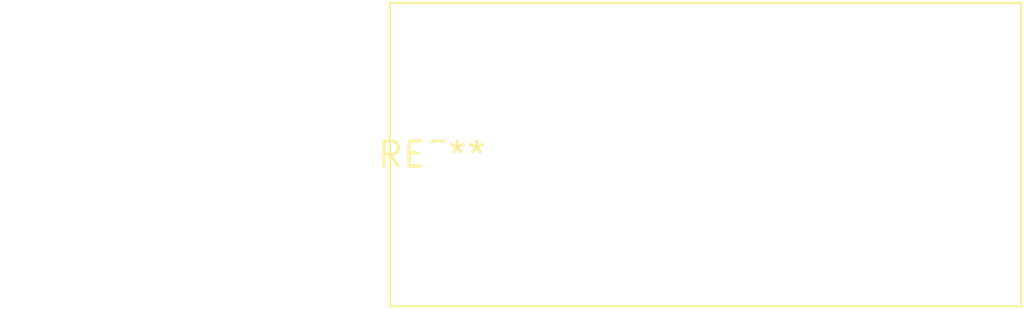
<source format=kicad_pcb>
(kicad_pcb (version 20240108) (generator pcbnew)
  (layers (0 "F.Cu" signal) (31 "B.Cu" signal) (34 "B.Paste" user) (35 "F.Paste" user) (36 "B.SilkS" user "B.Silkscreen") (37 "F.SilkS" user "F.Silkscreen") (38 "B.Mask" user) (39 "F.Mask" user) (44 "Edge.Cuts" user))
  (net 0 "")
  (footprint "C_Rect_L31.5mm_W15.0mm_P27.50mm_MKS4" (layer "F.Cu") (at 0 0)
    (property "Reference" "REF**")
    (property "Value" "C_Rect_L31.5mm_W15.0mm_P27.50mm_MKS4")
    (fp_line (start -2.12 -7.62) (end -2.12 7.62) (layer "F.SilkS") (stroke (width 0.12)))
    (fp_line (start -2.12 -7.62) (end 29.62 -7.62) (layer "F.SilkS") (stroke (width 0.12)))
    (fp_line (start -2.12 7.62) (end 29.62 7.62) (layer "F.SilkS") (stroke (width 0.12)))
    (fp_line (start 29.62 -7.62) (end 29.62 7.62) (layer "F.SilkS") (stroke (width 0.12)))
    (pad "1" thru_hole circle (at 0 0) (size 2.4 2.4) (drill 1.2) (layers *.Cu *.Mask) (remove_unused_layers))
    (pad "2" thru_hole circle (at 27.5 0) (size 2.4 2.4) (drill 1.2) (layers *.Cu *.Mask) (remove_unused_layers))
  )
)
</source>
